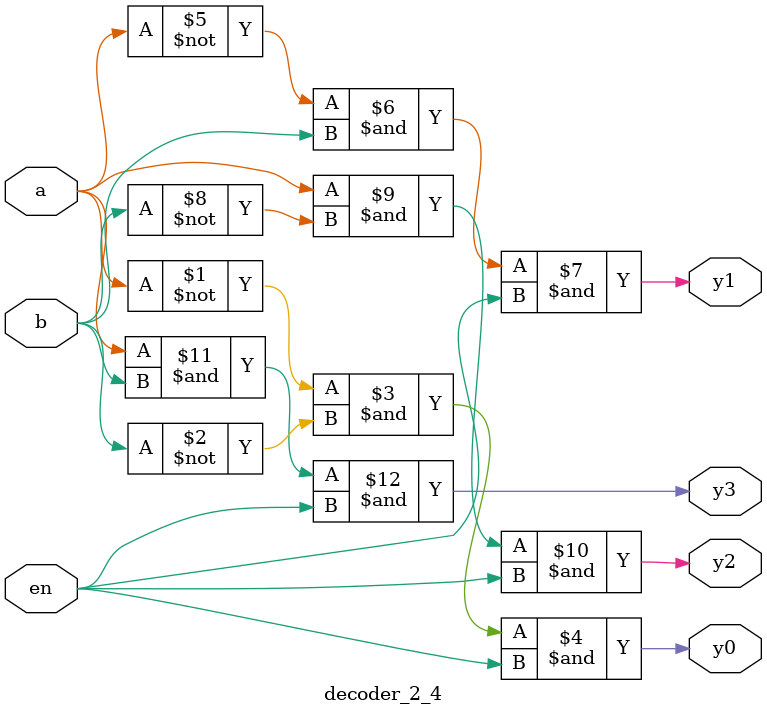
<source format=v>
module decoder_2_4(
    input a,   // First select bit
    input b,   // Second select bit
    input en,  // Enable signal
    output y0, // Output corresponding to 00
    output y1, // Output corresponding to 01
    output y2, // Output corresponding to 10
    output y3  // Output corresponding to 11
    );

    // Decoder logic: Outputs one-hot encoded signals based on (a, b) inputs
    assign y0 = (~a & ~b & en); // Select 00
    assign y1 = (~a & b & en);  // Select 01
    assign y2 = (a & ~b & en);  // Select 10
    assign y3 = (a & b & en);   // Select 11

endmodule

</source>
